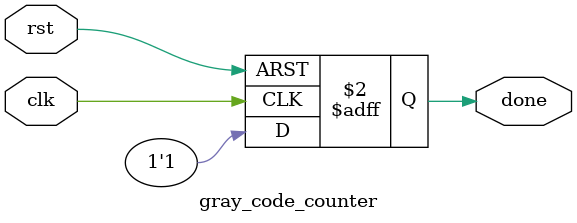
<source format=v>

module gray_code_counter(input clk, input rst, output reg done);
    always @(posedge clk or posedge rst) begin
        if (rst)
            done <= 0;
        else
            done <= 1;
    end
endmodule

</source>
